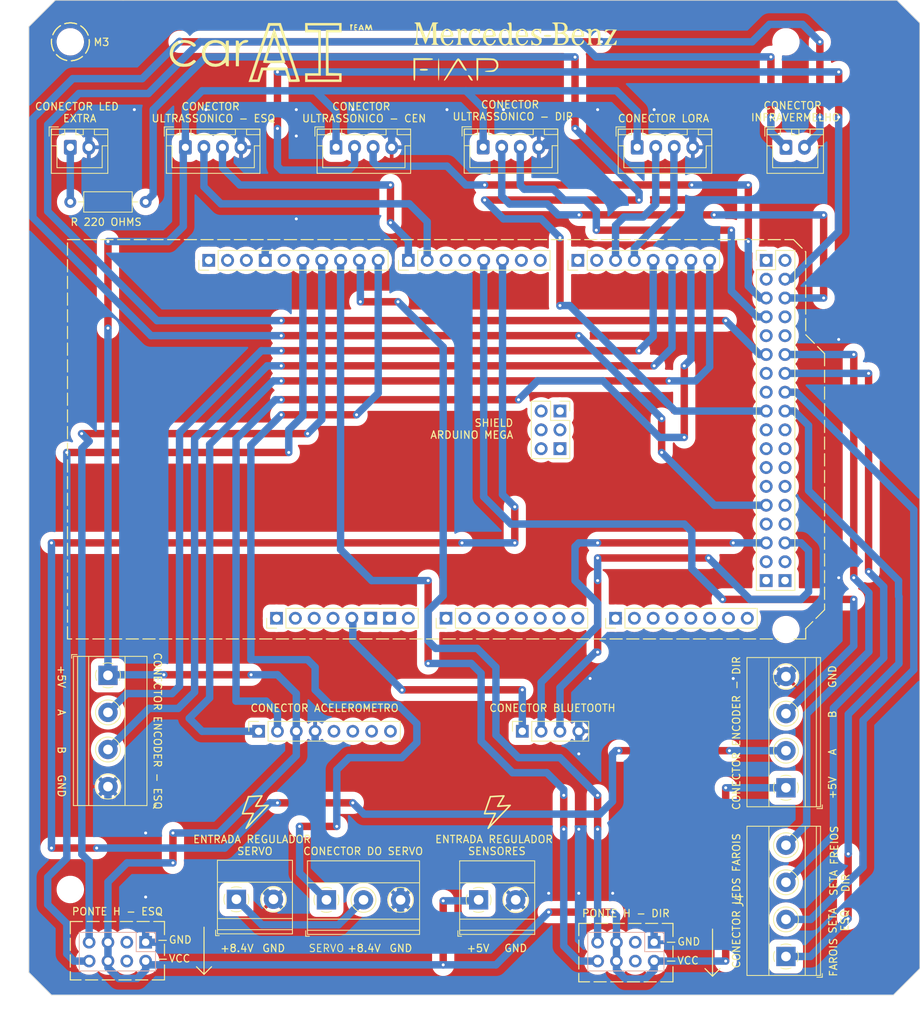
<source format=kicad_pcb>
(kicad_pcb (version 20221018) (generator pcbnew)
  (title_block (title "Shield Arduino Mega") (date "2023-09-07") (rev "2023-09-08"))
  (layers (0 "F.Cu" signal) (31 "B.Cu" signal) (34 "B.Paste" user) (35 "F.Paste" user) (36 "B.SilkS" user "B.Silkscreen") (37 "F.SilkS" user "F.Silkscreen") (38 "B.Mask" user) (39 "F.Mask" user) (44 "Edge.Cuts" user))
  (net 0 "")
  (net 2 "5V_Ard")
  (net 27 "ECHO_1")
  (net 28 "TRIG_1")
  (net 29 "Servo")
  (net 30 "ME2")
  (net 31 "ME1")
  (net 32 "MD2")
  (net 33 "MD1")
  (net 37 "LORA_TX")
  (net 38 "LORA_RX")
  (net 39 "A_SDA")
  (net 40 "A_SCL")
  (net 42 "ECHO_2")
  (net 43 "TRIG_2")
  (net 44 "ECHO_3")
  (net 45 "TRIG_3")
  (net 49 "Net-(J13-Pin_1)")
  (net 63 "Earth")
  (net 78 "5V_Sen")
  (net 83 "HC6_1")
  (net 84 "HC6_2")
  (net 85 "IR1")
  (net 86 "IR2")
  (net 87 "LED_Farois")
  (net 88 "LED_Seta_Esq")
  (net 89 "LED_Seta_Dir")
  (net 90 "LED_Freios")
  (net 91 "LED_Extra")
  (net 92 "ENCODER_Dir_1")
  (net 93 "ENCODER_Dir_2")
  (net 94 "ENCODER_Esq_1")
  (net 95 "ENCODER_Esq_2")
  (net 96 "8.4V_Ser")
  (footprint "TerminalBlock_Phoenix:TerminalBlock_Phoenix_MKDS-1,5-4_1x04_P5.00mm_Horizontal" (layer "F.Cu") (at 185.42 159.907 90)
    (fp_text reference "J4")
    (fp_text value "LEDs")
  )
  (footprint "Connector_PinSocket_2.54mm:PinSocket_1x08_P2.54mm_Vertical" (layer "F.Cu") (at 114.3 129.54 90)
    (fp_text reference "J3" hide)
    (fp_text value "Conector Acelerometro")
  )
  (footprint "Connector_PinHeader_2.54mm:PinHeader_1x08_P2.54mm_Vertical" (layer "F.Cu") (at 134.493 66.04 90)
    (fp_text reference "REF**" hide)
    (fp_text value "PinHeader_1x08_P2.54mm_Vertical")
  )
  (footprint "Connector_PinSocket_2.54mm:PinSocket_2x03_P2.54mm_Vertical" (layer "F.Cu") (at 154.94 86.36)
    (fp_text reference "REF**" hide)
    (fp_text value "PinSocket_2x03_P2.54mm_Vertical")
  )
  (footprint "LOGO" (layer "F.Cu") (at 113.792 140.462)
    (fp_text reference "G***" hide)
    (fp_text value "LOGO" hide)
  )
  (footprint "TerminalBlock_Phoenix:TerminalBlock_Phoenix_MKDS-1,5-2_1x02_P5.00mm_Horizontal" (layer "F.Cu") (at 111.299 152.197)
    (fp_text reference "J6" hide)
    (fp_text value "Conector alimentacao servo")
  )
  (footprint "Connector_PinHeader_2.54mm:PinHeader_1x08_P2.54mm_Vertical" (layer "F.Cu") (at 162.433 114.3 90)
    (fp_text reference "REF**" hide)
    (fp_text value "PinHeader_1x08_P2.54mm_Vertical")
  )
  (footprint "Connector_PinHeader_2.54mm:PinHeader_1x08_P2.54mm_Vertical" (layer "F.Cu") (at 157.353 66.04 90)
    (fp_text reference "REF**" hide)
    (fp_text value "PinHeader_1x08_P2.54mm_Vertical")
  )
  (footprint "TerminalBlock_Phoenix:TerminalBlock_Phoenix_MKDS-1,5-2_1x02_P5.00mm_Horizontal" (layer "F.Cu") (at 143.971 152.273)
    (fp_text reference "J9" hide)
    (fp_text value "Conector alimentacao sensores")
  )
  (footprint "Connector_JST:JST_XH_B2B-XH-A_1x02_P2.50mm_Vertical" (layer "F.Cu") (at 185.42 50.8)
    (fp_text reference "J1" hide)
    (fp_text value "Conector IR")
  )
  (footprint "Connector_JST:JST_XH_B4B-XH-A_1x04_P2.50mm_Vertical" (layer "F.Cu") (at 104.42 50.8)
    (fp_text reference "J10" hide)
    (fp_text value "Conector ultrassonico esquerdo")
  )
  (footprint "LOGO" (layer "F.Cu") (at 142.140932 37.930667)
    (fp_text reference "G***" hide)
    (fp_text value "LOGO" hide)
  )
  (footprint "MountingHole:MountingHole_3.2mm_M3" (layer "F.Cu") (at 88.9 36.576)
    (fp_text reference "REF**" hide)
    (fp_text value "MountingHole_3.2mm_M3")
  )
  (footprint "MountingHole:MountingHole_3.2mm_M3" (layer "F.Cu") (at 88.9 150.876)
    (fp_text reference "REF**" hide)
    (fp_text value "MountingHole_3.2mm_M3")
  )
  (footprint "Connector_PinSocket_2.54mm:PinSocket_1x04_P2.54mm_Vertical" (layer "F.Cu") (at 149.86 129.54 90)
    (fp_text reference "J2" hide)
    (fp_text value "Conector bluetooth")
  )
  (footprint "Connector_PinHeader_2.54mm:PinHeader_1x10_P2.54mm_Vertical" (layer "F.Cu") (at 107.569 66.04 90)
    (fp_text reference "REF**" hide)
    (fp_text value "PinHeader_1x10_P2.54mm_Vertical")
  )
  (footprint "Connector_JST:JST_XH_B4B-XH-A_1x04_P2.50mm_Vertical" (layer "F.Cu") (at 144.586 50.783)
    (fp_text reference "J12" hide)
    (fp_text value "Conector ultrassonico direito")
  )
  (footprint "Connector_PinHeader_2.54mm:PinHeader_2x18_P2.54mm_Vertical" (layer "F.Cu") (at 182.753 66.04)
    (fp_text reference "REF**" hide)
    (fp_text value "PinHeader_2x18_P2.54mm_Vertical")
  )
  (footprint "Connector_JST:JST_XH_B4B-XH-A_1x04_P2.50mm_Vertical" (layer "F.Cu") (at 124.74 50.8)
    (fp_text reference "J11" hide)
    (fp_text value "Conector ultrassonico central")
  )
  (footprint "Connector_PinHeader_2.54mm:PinHeader_1x08_P2.54mm_Vertical" (layer "F.Cu") (at 139.573 114.3 90)
    (fp_text reference "REF**" hide)
    (fp_text value "PinHeader_1x08_P2.54mm_Vertical")
  )
  (footprint "Connector_JST:JST_XH_B2B-XH-A_1x02_P2.50mm_Vertical" (layer "F.Cu") (at 88.9 50.8)
    (fp_text reference "J13" hide)
    (fp_text value "Conector LED Extra")
  )
  (footprint "TerminalBlock_Phoenix:TerminalBlock_Phoenix_MKDS-1,5-3_1x03_P5.00mm_Horizontal" (layer "F.Cu") (at 123.444 152.273)
    (fp_text reference "J5" hide)
    (fp_text value "Conector servo")
  )
  (footprint "MountingHole:MountingHole_3.2mm_M3" (layer "F.Cu") (at 185.42 36.576)
    (fp_text reference "REF**" hide)
    (fp_text value "MountingHole_3.2mm_M3")
  )
  (footprint "LOGO" (layer "F.Cu") (at 146.431 140.462)
    (fp_text reference "G***" hide)
    (fp_text value "LOGO" hide)
  )
  (footprint "MountingHole:MountingHole_3.2mm_M3" (layer "F.Cu") (at 185.42 115.824)
    (fp_text reference "REF**" hide)
    (fp_text value "MountingHole_3.2mm_M3")
  )
  (footprint "PCM_arduino-library:Arduino_Mega2560_R3_Shield_Sem_furo" (layer "F.Cu") (at 88.773 116.84)
    (fp_text reference "XA1" hide)
    (fp_text value "Arduino_Mega2560_Shield_Mod" hide)
  )
  (footprint "Connector_JST:JST_XH_B4B-XH-A_1x04_P2.50mm_Vertical" (layer "F.Cu") (at 165.354 50.8)
    (fp_text reference "J14" hide)
    (fp_text value "Conector LORA")
  )
  (footprint "TerminalBlock_Phoenix:TerminalBlock_Phoenix_MKDS-1,5-4_1x04_P5.00mm_Horizontal" (layer "F.Cu") (at 93.98 122 -90)
    (fp_text reference "J15" hide)
    (fp_text value "ENCO_SW_Esq")
  )
  (footprint "Connector_PinHeader_2.54mm:PinHeader_1x08_P2.54mm_Vertical" (layer "F.Cu") (at 116.713 114.3 90)
    (fp_text reference "REF**" hide)
    (fp_text value "PinHeader_1x08_P2.54mm_Vertical")
  )
  (footprint "Resistor_THT:R_Axial_DIN0207_L6.3mm_D2.5mm_P10.16mm_Horizontal" (layer "F.Cu") (at 88.9 58.166)
    (fp_text reference "R1" hide)
    (fp_text value "R")
  )
  (footprint "TerminalBlock_Phoenix:TerminalBlock_Phoenix_MKDS-1,5-4_1x04_P5.00mm_Horizontal" (layer "F.Cu") (at 185.42 137.16 90)
    (fp_text reference "J16" hide)
    (fp_text value "ENCO_SW_Dir")
  )
  (footprint "Connector_PinSocket_2.54mm:PinSocket_2x04_P2.54mm_Vertical" (layer "B.Cu") (at 99.06 157.988 90)
    (fp_text reference "J7" hide)
    (fp_text value "Conector motor direito")
  )
  (footprint "Connector_PinSocket_2.54mm:PinSocket_2x04_P2.54mm_Vertical" (layer "B.Cu") (at 167.64 157.988 90)
    (fp_text reference "J8" hide)
    (fp_text value "Conector motor esquerdo")
  )
  (gr_circle (center 88.915826 36.576) (end 91.471652 36.576) (stroke (width 0.15) (type dash)) (fill none) (layer "F.SilkS"))
  (gr_line (start 170.18 158.496) (end 170.18 160.02) (stroke (width 0.15)) (layer "F.SilkS"))
  (gr_line (start 170.434 157.988) (end 169.418 157.988) (stroke (width 0.15)) (layer "F.SilkS"))
  (gr_line (start 190.627 113.157) (end 188.087 115.697) (stroke (width 0.15) (type dash)) (layer "F.SilkS"))
  (gr_line (start 88.519 117.094) (end 88.519 63.246) (stroke (width 0.15) (type dash)) (layer "F.SilkS"))
  (gr_line (start 175.514 162.56) (end 174.498 161.544) (stroke (width 0.15)) (layer "F.SilkS"))
  (gr_line (start 101.854 157.734) (end 100.838 157.734) (stroke (width 0.15)) (layer "F.SilkS"))
  (gr_line (start 175.514 162.56) (end 176.53 161.544) (stroke (width 0.15)) (layer "F.SilkS"))
  (gr_line (start 170.18 163.322) (end 170.18 161.29) (stroke (width 0.15)) (layer "F.SilkS"))
  (gr_line (start 88.519 63.246) (end 186.436 63.246) (stroke (width 0.15) (type dash)) (layer "F.SilkS"))
  (gr_line (start 188.087 76.073) (end 190.627 78.613) (stroke (width 0.15) (type dash)) (layer "F.SilkS"))
  (gr_line (start 190.627 78.613) (end 190.627 113.157) (stroke (width 0.15) (type dash)) (layer "F.SilkS"))
  (gr_line (start 188.087 117.094) (end 88.519 117.094) (stroke (width 0.15) (type dash)) (layer "F.SilkS"))
  (gr_line (start 175.514 156.21) (end 175.514 162.56) (stroke (width 0.15)) (layer "F.SilkS"))
  (gr_line (start 170.434 160.528) (end 169.418 160.528) (stroke (width 0.15)) (layer "F.SilkS"))
  (gr_line (start 170.18 163.322) (end 157.48 163.322) (stroke (width 0.15) (type dash)) (layer "F.SilkS"))
  (gr_line (start 186.436 63.246) (end 188.087 64.897) (stroke (width 0.15) (type dash)) (layer "F.SilkS"))
  (gr_line (start 188.087 64.897) (end 188.087 76.073) (stroke (width 0.15) (type dash)) (layer "F.SilkS"))
  (gr_line (start 101.6 163.068) (end 101.6 161.036) (stroke (width 0.15)) (layer "F.SilkS"))
  (gr_line (start 101.6 163.068) (end 88.9 163.068) (stroke (width 0.15) (type dash)) (layer "F.SilkS"))
  (gr_line (start 106.934 162.306) (end 107.95 161.29) (stroke (width 0.15)) (layer "F.SilkS"))
  (gr_line (start 157.48 155.448) (end 170.18 155.448) (stroke (width 0.15) (type dash)) (layer "F.SilkS"))
  (gr_line (start 101.6 158.242) (end 101.6 159.766) (stroke (width 0.15)) (layer "F.SilkS"))
  (gr_line (start 188.087 115.697) (end 188.087 117.094) (stroke (width 0.15) (type dash)) (layer "F.SilkS"))
  (gr_line (start 88.9 155.194) (end 88.9 163.068) (stroke (width 0.15) (type dash)) (layer "F.SilkS"))
  (gr_line (start 157.48 155.448) (end 157.48 163.322) (stroke (width 0.15) (type dash)) (layer "F.SilkS"))
  (gr_line (start 106.934 162.306) (end 105.918 161.29) (stroke (width 0.15)) (layer "F.SilkS"))
  (gr_line (start 106.934 155.956) (end 106.934 162.306) (stroke (width 0.15)) (layer "F.SilkS"))
  (gr_line (start 101.6 155.194) (end 101.6 156.972) (stroke (width 0.15)) (layer "F.SilkS"))
  (gr_line (start 170.18 155.448) (end 170.18 157.226) (stroke (width 0.15)) (layer "F.SilkS"))
  (gr_line (start 88.9 155.194) (end 101.6 155.194) (stroke (width 0.15) (type dash)) (layer "F.SilkS"))
  (gr_line (start 101.854 160.274) (end 100.838 160.274) (stroke (width 0.15)) (layer "F.SilkS"))
  (gr_line (start 203.454 161.544) (end 199.898 165.1) (stroke (width 0.1)) (layer "Edge.Cuts"))
  (gr_line (start 194.056 30.988) (end 96.012 30.988) (stroke (width 0.1)) (layer "Edge.Cuts"))
  (gr_line (start 83.312 157.988) (end 83.312 162.052) (stroke (width 0.1)) (layer "Edge.Cuts"))
  (gr_line (start 83.312 162.052) (end 86.36 165.1) (stroke (width 0.1)) (layer "Edge.Cuts"))
  (gr_line (start 194.056 30.988) (end 200.406 30.988) (stroke (width 0.1)) (layer "Edge.Cuts"))
  (gr_line (start 86.868 30.988) (end 83.312 34.544) (stroke (width 0.1)) (layer "Edge.Cuts"))
  (gr_line (start 119.888 165.1) (end 193.548 165.1) (stroke (width 0.1)) (layer "Edge.Cuts"))
  (gr_line (start 200.406 30.988) (end 203.454 34.036) (stroke (width 0.1)) (layer "Edge.Cuts"))
  (gr_line (start 89.916 165.1) (end 86.36 165.1) (stroke (width 0.1)) (layer "Edge.Cuts"))
  (gr_line (start 119.888 165.1) (end 89.916 165.1) (stroke (width 0.1)) (layer "Edge.Cuts"))
  (gr_line (start 193.548 165.1) (end 199.898 165.1) (stroke (width 0.1)) (layer "Edge.Cuts"))
  (gr_line (start 86.868 30.988) (end 96.012 30.988) (stroke (width 0.1)) (layer "Edge.Cuts"))
  (gr_line (start 203.454 161.544) (end 203.454 34.036) (stroke (width 0.1)) (layer "Edge.Cuts"))
  (gr_line (start 83.312 157.988) (end 83.312 34.544) (stroke (width 0.1)) (layer "Edge.Cuts"))
  (gr_text "FREIOS" (at 192.532 144.907 90) (layer "F.SilkS") (effects (font (size 1 1)) (justify bottom)))
  (gr_text "SETA\nESQ" (at 193.929 155.067 90) (layer "F.SilkS") (effects (font (size 1 1)) (justify bottom)))
  (gr_text "CONECTOR ENCODER - DIR" (at 179.324 129.794 90) (layer "F.SilkS") (effects (font (size 1 1)) (justify bottom)))
  (gr_text "CONECTOR \nULTRASSONICO - DIR" (at 148.59 47.244) (layer "F.SilkS") (effects (font (size 1 1)) (justify bottom)))
  (gr_text "GND" (at 102.108 158.242) (layer "F.SilkS") (effects (font (size 1 1)) (justify left bottom)))
  (gr_text "M3" (at 93.106826 37.211) (layer "F.SilkS") (effects (font (size 1 1)) (justify bottom)))
  (gr_text "GND" (at 170.688 158.496) (layer "F.SilkS") (effects (font (size 1 1)) (justify left bottom)))
  (gr_text "GND" (at 192.278 122.174 90) (layer "F.SilkS") (effects (font (size 1 1)) (justify bottom)))
  (gr_text "GND" (at 87.122 136.906 -90) (layer "F.SilkS") (effects (font (size 1 1)) (justify bottom)))
  (gr_text "SERVO" (at 123.444 159.385) (layer "F.SilkS") (effects (font (size 1 1) (thickness 0.125)) (justify bottom)))
  (gr_text "CONECTOR ENCODER - ESQ" (at 100.076 129.5005 270) (layer "F.SilkS") (effects (font (size 1 1)) (justify bottom)))
  (gr_text "CONECTOR LEDS FAROIS" (at 179.324 152.4 90) (layer "F.SilkS") (effects (font (size 1 1)) (justify bottom)))
  (gr_text "+8.4V" (at 111.379 159.385) (layer "F.SilkS") (effects (font (size 1 1)) (justify bottom)))
  (gr_text "+5V" (at 143.891 159.385) (layer "F.SilkS") (effects (font (size 1 1)) (justify bottom)))
  (gr_text "R 220 OHMS" (at 93.726 61.468) (layer "F.SilkS") (effects (font (size 1 1)) (justify bottom)))
  (gr_text "CONECTOR LED \nEXTRA" (at 90.17 47.498) (layer "F.SilkS") (effects (font (size 1 1)) (justify bottom)))
  (gr_text "CONECTOR \nINFRAVERMELHO" (at 186.69 47.371) (layer "F.SilkS") (effects (font (size 1 1)) (justify bottom)))
  (gr_text "SETA\nDIR" (at 194.056 149.987 90) (layer "F.SilkS") (effects (font (size 1 1)) (justify bottom)))
  (gr_text "CONECTOR \nULTRASSONICO - CEN" (at 128.524 47.498) (layer "F.SilkS") (effects (font (size 1 1)) (justify bottom)))
  (gr_text "SHIELD\nARDUINO MEGA" (at 148.717 90.17) (layer "F.SilkS") (effects (font (size 1 1)) (justify right bottom)))
  (gr_text "CONECTOR DO SERVO" (at 128.397 146.304) (layer "F.SilkS") (effects (font (size 1 1)) (justify bottom)))
  (gr_text "PONTE H - DIR" (at 163.83 154.686) (layer "F.SilkS") (effects (font (size 1 1)) (justify bottom)))
  (gr_text "CONECTOR \nULTRASSONICO - ESQ" (at 108.204 47.498) (layer "F.SilkS") (effects (font (size 1 1)) (justify bottom)))
  (gr_text "VCC" (at 102.108 160.782) (layer "F.SilkS") (effects (font (size 1 1)) (justify left bottom)))
  (gr_text "CONECTOR ACELEROMETRO" (at 123.19 127) (layer "F.SilkS") (effects (font (size 1 1)) (justify bottom)))
  (gr_text "FAROIS" (at 192.405 160.02 90) (layer "F.SilkS") (effects (font (size 1 1)) (justify bottom)))
  (gr_text "ENTRADA REGULADOR \nSERVO" (at 113.792 146.304) (layer "F.SilkS") (effects (font (size 1 1)) (justify bottom)))
  (gr_text "PONTE H - ESQ" (at 95.25 154.432) (layer "F.SilkS") (effects (font (size 1 1)) (justify bottom)))
  (gr_text "CONECTOR LORA" (at 168.91 47.498) (layer "F.SilkS") (effects (font (size 1 1)) (justify bottom)))
  (gr_text "B" (at 87.122 132.08 270) (layer "F.SilkS") (effects (font (size 1 1)) (justify bottom)))
  (gr_text "+5V" (at 192.278 137.16 90) (layer "F.SilkS") (effects (font (size 1 1)) (justify bottom)))
  (gr_text "CONECTOR BLUETOOTH" (at 153.924 127) (layer "F.SilkS") (effects (font (size 1 1)) (justify bottom)))
  (gr_text "GND" (at 148.971 159.385) (layer "F.SilkS") (effects (font (size 1 1)) (justify bottom)))
  (gr_text "+8.4V" (at 128.524 159.385) (layer "F.SilkS") (effects (font (size 1 1)) (justify bottom)))
  (gr_text "A" (at 192.278 132.334 90) (layer "F.SilkS") (effects (font (size 1 1)) (justify bottom)))
  (gr_text "A" (at 87.122 127 270) (layer "F.SilkS") (effects (font (size 1 1)) (justify bottom)))
  (gr_text "ENTRADA REGULADOR \nSENSORES" (at 146.431 146.304) (layer "F.SilkS") (effects (font (size 1 1)) (justify bottom)))
  (gr_text "GND" (at 116.332 159.385) (layer "F.SilkS") (effects (font (size 1 1)) (justify bottom)))
  (gr_text "B" (at 192.278 127.254 90) (layer "F.SilkS") (effects (font (size 1 1)) (justify bottom)))
  (gr_text "+5V" (at 87.122 122.174 -90) (layer "F.SilkS") (effects (font (size 1 1)) (justify bottom)))
  (gr_text "VCC" (at 170.688 161.036) (layer "F.SilkS") (effects (font (size 1 1)) (justify left bottom)))
  (gr_text "GND" (at 133.477 159.385) (layer "F.SilkS") (effects (font (size 1 1)) (justify bottom)))
  (segment (start 133.668 123.952) (end 133.636 123.984) (width 1) (layer "F.Cu") (net 2))
  (segment (start 149.86 123.952) (end 133.668 123.952) (width 1) (layer "F.Cu") (net 2))
  (via (at 149.86 123.952) (size 0.8) (drill 0.4) (layers "F.Cu" "B.Cu") (net 2))
  (via (at 133.636 123.984) (size 0.8) (drill 0.4) (layers "F.Cu" "B.Cu") (net 2))
  (segment (start 127 114.427) (end 126.873 114.3) (width 1) (layer "B.Cu") (net 2))
  (segment (start 149.86 129.54) (end 149.86 123.952) (width 1) (layer "B.Cu") (net 2))
  (segment (start 133.636 123.984) (end 127 117.348) (width 1) (layer "B.Cu") (net 2))
  (segment (start 127 117.348) (end 127 114.427) (width 1) (layer "B.Cu") (net 2))
  (segment (start 109.22 58.42) (end 134.62 58.42) (width 1) (layer "B.Cu") (net 27))
  (segment (start 134.62 58.42) (end 137.033 60.833) (width 1) (layer "B.Cu") (net 27))
  (segment (start 106.92 50.8) (end 106.92 56.12) (width 1) (layer "B.Cu") (net 27))
  (segment (start 106.92 56.12) (end 109.22 58.42) (width 1) (layer "B.Cu") (net 27))
  (segment (start 137.033 60.833) (end 137.033 66.04) (width 1) (layer "B.Cu") (net 27))
  (segment (start 132.08 55.88) (end 132.08 60.96) (width 1) (layer "F.Cu") (net 28))
  (via (at 132.08 55.88) (size 0.8) (drill 0.4) (layers "F.Cu" "B.Cu") (net 28))
  (via (at 132.08 60.96) (size 0.8) (drill 0.4) (layers "F.Cu" "B.Cu") (net 28))
  (segment (start 134.493 63.373) (end 134.493 66.04) (width 1) (layer "B.Cu") (net 28))
  (segment (start 109.42 50.8) (end 109.42 53.54) (width 1) (layer "B.Cu") (net 28))
  (segment (start 111.76 55.88) (end 132.08 55.88) (width 1) (layer "B.Cu") (net 28))
  (segment (start 132.08 60.96) (end 134.493 63.373) (width 1) (layer "B.Cu") (net 28))
  (segment (start 109.42 53.54) (end 111.76 55.88) (width 1) (layer "B.Cu") (net 28))
  (segment (start 119.827 142.367) (end 124.841 142.367) (width 1) (layer "F.Cu") (net 29))
  (segment (start 127.508 86.868) (end 117.348 86.868) (width 1) (layer "F.Cu") (net 29))
  (via (at 119.827 142.367) (size 0.8) (drill 0.4) (layers "F.Cu" "B.Cu") (net 29))
  (via (at 117.348 86.868) (size 0.8) (drill 0.4) (layers "F.Cu" "B.Cu") (net 29))
  (via (at 127.508 86.868) (size 0.8) (drill 0.4) (layers "F.Cu" "B.Cu") (net 29))
  (via (at 124.841 142.367) (size 0.8) (drill 0.4) (layers "F.Cu" "B.Cu") (net 29))
  (segment (start 113.252 90.964) (end 117.348 86.868) (width 1) (layer "B.Cu") (net 29))
  (segment (start 127.508 86.868) (end 130.429 83.947) (width 1) (layer "B.Cu") (net 29))
  (segment (start 121.92 120.904) (end 120.904 119.888) (width 1) (layer "B.Cu") (net 29))
  (segment (start 130.429 83.947) (end 130.429 66.04) (width 1) (layer "B.Cu") (net 29))
  (segment (start 124.841 142.367) (end 124.841 134.747) (width 1) (layer "B.Cu") (net 29))
  (segment (start 123.444 152.273) (end 119.827 148.656) (width 1) (layer "B.Cu") (net 29))
  (segment (start 133.096 125.984) (end 123.952 125.984) (width 1) (layer "B.Cu") (net 29))
  (segment (start 124.841 134.747) (end 126.492 133.096) (width 1) (layer "B.Cu") (net 29))
  (segment (start 119.827 142.367) (end 119.794 142.4) (width 1) (layer "B.Cu") (net 29))
  (segment (start 123.952 125.984) (end 121.92 123.952) (width 1) (layer "B.Cu") (net 29))
  (segment (start 119.827 148.656) (end 119.827 142.367) (width 1) (layer "B.Cu") (net 29))
  (segment (start 133.604 133.096) (end 135.636 131.064) (width 1) (layer "B.Cu") (net 29))
  (segment (start 113.252 119.888) (end 113.252 90.964) (width 1) (layer "B.Cu") (net 29))
  (segment (start 135.636 131.064) (end 135.636 128.524) (width 1) (layer "B.Cu") (net 29))
  (segment (start 135.636 128.524) (end 133.096 125.984) (width 1) (layer "B.Cu") (net 29))
  (segment (start 121.92 123.952) (end 121.92 120.904) (width 1) (layer "B.Cu") (net 29))
  (segment (start 120.904 119.888) (end 113.252 119.888) (width 1) (layer "B.Cu") (net 29))
  (segment (start 126.492 133.096) (end 133.604 133.096) (width 1) (layer "B.Cu") (net 29))
  (segment (start 160.02 142.748) (end 160.02 138.176) (width 1) (layer "F.Cu") (net 30))
  (segment (start 133.096 71.628) (end 128.016 71.628) (width 1) (layer "F.Cu") (net 30))
  (via (at 133.096 71.628) (size 0.8) (drill 0.4) (layers "F.Cu" "B.Cu") (net 30))
  (via (at 160.02 142.748) (size 0.8) (drill 0.4) (layers "F.Cu" "B.Cu") (net 30))
  (via (at 160.02 138.176) (size 0.8) (drill 0.4) (layers "F.Cu" "B.Cu") (net 30))
  (via (at 128.016 71.628) (size 0.8) (drill 0.4) (layers "F.Cu" "B.Cu") (net 30))
  (segment (start 127.889 66.04) (end 128.016 66.167) (width 1) (layer "B.Cu") (net 30))
  (segment (start 139.192 77.724) (end 133.096 71.628) (width 1) (layer "B.Cu") (net 30))
  (segment (start 128.016 66.167) (end 128.016 71.628) (width 1) (layer "B.Cu") (net 30))
  (segment (start 160.02 157.988) (end 160.02 142.748) (width 1) (layer "B.Cu") (net 30))
  (segment (start 160.02 138.176) (end 154.94 133.096) (width 1) (layer "B.Cu") (net 30))
  (segment (start 146.304 130.048) (end 146.304 120.904) (width 1) (layer "B.Cu") (net 30))
  (segment (start 149.352 133.096) (end 146.304 130.048) (width 1) (layer "B.Cu") (net 30))
  (segment (start 146.304 120.904) (end 143.764 118.364) (width 1) (layer "B.Cu") (net 30))
  (segment (start 138.176 118.364) (end 137.16 117.348) (width 1) (layer "B.Cu") (net 30))
  (segment (start 154.94 133.096) (end 149.352 133.096) (width 1) (layer "B.Cu") (net 30))
  (segment (start 137.16 113.284) (end 139.192 111.252) (width 1) (layer "B.Cu") (net 30))
  (segment (start 137.16 117.348) (end 137.16 113.284) (width 1) (layer "B.Cu") (net 30))
  (segment (start 139.192 111.252) (end 139.192 77.724) (width 1) (layer "B.Cu") (net 30))
  (segment (start 143.764 118.364) (end 138.176 118.364) (width 1) (layer "B.Cu") (net 30))
  (segment (start 155.448 142.748) (end 155.448 138.176) (width 1) (layer "F.Cu") (net 31))
  (segment (start 137.16 109.22) (end 137.16 120.396) (width 1) (layer "F.Cu") (net 31))
  (via (at 137.16 109.22) (size 0.8) (drill 0.4) (layers "F.Cu" "B.Cu") (net 31))
  (via (at 155.448 142.748) (size 0.8) (drill 0.4) (layers "F.Cu" "B.Cu") (net 31))
  (via (at 137.16 120.396) (size 0.8) (drill 0.4) (layers "F.Cu" "B.Cu") (net 31))
  (via (at 155.448 138.176) (size 0.8) (drill 0.4) (layers "F.Cu" "B.Cu") (net 31))
  (segment (start 144.304 121.732428) (end 142.967572 120.396) (width 1) (layer "B.Cu") (net 31))
  (segment (start 155.448 137.414) (end 153.162 135.128) (width 1) (layer "B.Cu") (net 31))
  (segment (start 148.555572 135.128) (end 144.304 130.876428) (width 1) (layer "B.Cu") (net 31))
  (segment (start 125.349 105.029) (end 125.349 66.04) (width 1) (layer "B.Cu") (net 31))
  (segment (start 155.448 138.176) (end 155.448 137.414) (width 1) (layer "B.Cu") (net 31))
  (segment (start 144.304 130.876428) (end 144.304 121.732428) (width 1) (layer "B.Cu") (net 31))
  (segment (start 157.48 160.528) (end 160.02 160.528) (width 1) (layer "B.Cu") (net 31))
  (segment (start 153.162 135.128) (end 148.555572 135.128) (width 1) (layer "B.Cu") (net 31))
  (segment (start 155.448 158.496) (end 157.48 160.528) (width 1) (layer "B.Cu") (net 31))
  (segment (start 129.54 109.22) (end 125.349 105.029) (width 1) (layer "B.Cu") (net 31))
  (segment (start 155.448 142.748) (end 155.448 158.496) (width 1) (layer "B.Cu") (net 31))
  (segment (start 142.967572 120.396) (end 137.16 120.396) (width 1) (layer "B.Cu") (net 31))
  (segment (start 137.16 109.22) (end 129.54 109.22) (width 1) (layer "B.Cu") (net 31))
  (segment (start 90.424 89.408) (end 120.904 89.408) (width 1) (layer "F.Cu") (net 32))
  (via (at 120.904 89.408) (size 0.8) (drill 0.4) (layers "F.Cu" "B.Cu") (net 32))
  (via (at 90.424 89.408) (size 0.8) (drill 0.4) (layers "F.Cu" "B.Cu") (net 32))
  (segment (start 91.44 147.100427) (end 91.44 157.988) (width 1) (layer "B.Cu") (net 32))
  (segment (start 122.809 87.503) (end 122.809 66.04) (width 1) (layer "B.Cu") (net 32))
  (segment (start 120.904 89.408) (end 122.809 87.503) (width 1) (layer "B.Cu") (net 32))
  (segment (start 91.44 90.424) (end 90.456 91.408) (width 1) (layer "B.Cu") (net 32))
  (segment (start 90.456 146.116427) (end 91.44 147.100427) (width 1) (layer "B.Cu") (net 32))
  (segment (start 90.424 89.408) (end 91.44 90.424) (width 1) (layer "B.Cu") (net 32))
  (segment (start 90.456 91.408) (end 90.456 146.116427) (width 1) (layer "B.Cu") (net 32))
  (segment (start 88.424 91.948) (end 118.364 91.948) (width 1) (layer "F.Cu") (net 33))
  (via (at 88.424 91.948) (size 0.8) (drill 0.4) (layers "F.Cu" "B.Cu") (net 33))
  (via (at 118.364 91.948) (size 0.8) (drill 0.4) (layers "F.Cu" "B.Cu") (net 33))
  (segment (start 88.424 159.544) (end 88.424 155.48) (width 1) (layer "B.Cu") (net 33))
  (segment (start 85.852 149.214299) (end 88.424 146.642299) (width 1) (layer "B.Cu") (net 33))
  (segment (start 118.364 88.9) (end 120.269 86.995) (width 1) (layer "B.Cu") (net 33))
  (segment (start 118.364 91.948) (end 118.364 88.9) (width 1) (layer "B.Cu") (net 33))
  (segment (start 88.424 155.48) (end 85.852 152.908) (width 1) (layer "B.Cu") (net 33))
  (segment (start 89.408 160.528) (end 88.424 159.544) (width 1) (layer "B.Cu") (net 33))
  (segment (start 120.269 86.995) (end 120.269 66.04) (width 1) (layer "B.Cu") (net 33))
  (segment (start 88.424 146.642299) (end 88.424 91.948) (width 1) (layer "B.Cu") (net 33))
  (segment (start 85.852 152.908) (end 85.852 149.214299) (width 1) (layer "B.Cu") (net 33))
  (segment (start 91.44 160.528) (end 89.408 160.528) (width 1) (layer "B.Cu") (net 33))
  (segment (start 166.150427 60.198) (end 163.576 60.198) (width 1) (layer "B.Cu") (net 37))
  (segment (start 162.6094 66.04) (end 162.433 66.04) (width 1) (layer "B.Cu") (net 37))
  (segment (start 167.854 50.8) (end 167.854 58.494427) (width 1) (layer "B.Cu") (net 37))
  (segment (start 162.433 61.341) (end 162.433 66.04) (width 1) (layer "B.Cu") (net 37))
  (segment (start 167.854 58.494427) (end 166.150427 60.198) (width 1) (layer "B.Cu") (net 37))
  (segment (start 163.576 60.198) (end 162.433 61.341) (width 1) (layer "B.Cu") (net 37))
  (segment (start 164.973 64.389) (end 164.973 66.04) (width 1) (layer "B.Cu") (net 38))
  (segment (start 170.307 50.847) (end 170.307 59.055) (width 1) (layer "B.Cu") (net 38))
  (segment (start 170.307 59.055) (end 164.973 64.389) (width 1) (layer "B.Cu") (net 38))
  (segment (start 170.354 50.8) (end 170.307 50.847) (width 1) (layer "B.Cu") (net 38))
  (segment (start 171.704 80.264) (end 171.704 89.916) (width 1) (layer "F.Cu") (net 39))
  (segment (start 117.348 84.836) (end 149.352 84.836) (width 1) (layer "F.Cu") (net 39))
  (via (at 171.704 89.916) (size 0.8) (drill 0.4) (layers "F.Cu" "B.Cu") (net 39))
  (via (at 117.348 84.836) (size 0.8) (drill 0.4) (layers "F.Cu" "B.Cu") (net 39))
  (via (at 171.704 80.264) (size 0.8) (drill 0.4) (layers "F.Cu" "B.Cu") (net 39))
  (via (at 149.352 84.836) (size 0.8) (drill 0.4) (layers "F.Cu" "B.Cu") (net 39))
  (segment (start 116.84 127) (end 116.84 129.54) (width 1) (layer "B.Cu") (net 39))
  (segment (start 117.348 84.836) (end 116.551572 84.836) (width 1) (layer "B.Cu") (net 39))
  (segment (start 151.892 82.296) (end 160.747572 82.296) (width 1) (layer "B.Cu") (net 39))
  (segment (start 149.352 84.836) (end 151.892 82.296) (width 1) (layer "B.Cu") (net 39))
  (segment (start 172.593 79.375) (end 172.593 66.04) (width 1) (layer "B.Cu") (net 39))
  (segment (start 111.252 90.135572) (end 111.252 125.476) (width 1) (layer "B.Cu") (net 39))
  (segment (start 171.704 80.264) (end 172.593 79.375) (width 1) (layer "B.Cu") (net 39))
  (segment (start 160.747572 82.296) (end 168.367572 89.916) (width 1) (layer "B.Cu") (net 39))
  (segment (start 115.316 125.476) (end 116.84 127) (width 1) (layer "B.Cu") (net 39))
  (segment (start 111.252 125.476) (end 115.316 125.476) (width 1) (layer "B.Cu") (net 39))
  (segment (start 168.367572 89.916) (end 171.704 89.916) (width 1) (layer "B.Cu") (net 39))
  (segment (start 116.551572 84.836) (end 111.252 90.135572) (width 1) (layer "B.Cu") (net 39))
  (segment (start 117.348 82.296) (end 169.672 82.296) (width 1) (layer "F.Cu") (net 40))
  (via (at 169.672 82.296) (size 0.8) (drill 0.4) (layers "F.Cu" "B.Cu") (net 40))
  (via (at 117.348 82.296) (size 0.8) (drill 0.4) (layers "F.Cu" "B.Cu") (net 40))
  (segment (start 117.348 82.296) (end 116.263144 82.296) (width 1) (layer "B.Cu") (net 40))
  (segment (start 169.672 82.296) (end 173.228 82.296) (width 1) (layer "B.Cu") (net 40))
  (segment (start 107.696 125.036854) (end 104.936427 127.796427) (width 1) (layer "B.Cu") (net 40))
  (segment (start 107.696 90.863144) (end 107.696 125.036854) (width 1) (layer "B.Cu") (net 40))
  (segment (start 116.263144 82.296) (end 107.696 90.863144) (width 1) (layer "B.Cu") (net 40))
  (segment (start 104.936427 127.796427) (end 106.68 129.54) (width 1) (layer "B.Cu") (net 40))
  (segment (start 173.228 82.296) (end 175.133 80.391) (width 1) (layer "B.Cu") (net 40))
  (segment (start 175.133 80.391) (end 175.133 66.04) (width 1) (layer "B.Cu") (net 40))
  (segment (start 106.68 129.54) (end 114.3 129.54) (width 1) (layer "B.Cu") (net 40))
  (segment (start 192.532 40.64) (end 192.532 46.736) (width 1) (layer "F.Cu") (net 42))
  (segment (start 116.84 48.26) (end 116.84 40.64) (width 1) (layer "F.Cu") (net 42))
  (via (at 192.532 46.736) (size 0.8) (drill 0.4) (layers "F.Cu" "B.Cu") (net 42))
  (via (at 116.84 48.26) (size 0.8) (drill 0.4) (layers "F.Cu" "B.Cu") (net 42))
  (via (at 192.532 40.64) (size 0.8) (drill 0.4) (layers "F.Cu" "B.Cu") (net 42))
  (via (at 116.84 40.64) (size 0.8) (drill 0.4) (layers "F.Cu" "B.Cu") (net 42))
  (segment (start 126.46 53.88) (end 121.92 53.88) (width 1) (layer "B.Cu") (net 42))
  (segment (start 192.5 62.175636) (end 186.095636 68.58) (width 1) (layer "B.Cu") (net 42))
  (segment (start 192.532 46.736) (end 192.5 62.175636) (width 1) (layer "B.Cu") (net 42))
  (segment (start 186.095636 68.58) (end 185.293 68.58) (width 1) (layer "B.Cu") (net 42))
  (segment (start 117.38 53.88) (end 116.84 53.34) (width 1) (layer "B.Cu") (net 42))
  (segment (start 121.92 53.88) (end 117.38 53.88) (width 1) (layer "B.Cu") (net 42))
  (segment (start 127.24 53.1) (end 126.46 53.88) (width 1) (layer "B.Cu") (net 42))
  (segment (start 127.24 50.8) (end 127.24 53.1) (width 1) (layer "B.Cu") (net 42))
  (segment (start 116.84 53.34) (end 116.84 48.26) (width 1) (layer "B.Cu") (net 42))
  (segment (start 192.532 40.64) (end 116.84 40.64) (width 1) (layer "B.Cu") (net 42))
  (segment (start 172.72 55.88) (end 144.78 55.88) (width 1) (layer "F.Cu") (net 43))
  (segment (start 180.34 63.5) (end 180.34 55.88) (width 1) (layer "F.Cu") (net 43))
  (via (at 180.34 63.5) (size 0.8) (drill 0.4) (layers "F.Cu" "B.Cu") (net 43))
  (via (at 144.78 55.88) (size 0.8) (drill 0.4) (layers "F.Cu" "B.Cu") (net 43))
  (via (at 172.72 55.88) (size 0.8) (drill 0.4) (layers "F.Cu" "B.Cu") (net 43))
  (via (at 180.34 55.88) (size 0.8) (drill 0.4) (layers "F.Cu" "B.Cu") (net 43))
  (segment (start 139.7 53.34) (end 130.305 53.34) (width 1) (layer "B.Cu") (net 43))
  (segment (start 182.753 71.12) (end 181.950364 71.12) (width 1) (layer "B.Cu") (net 43))
  (segment (start 180.34 55.88) (end 172.72 55.88) (width 1) (layer "B.Cu") (net 43))
  (segment (start 129.74 52.775) (end 129.74 50.8) (width 1) (layer "B.Cu") (net 43))
  (segment (start 130.305 53.34) (end 129.74 52.775) (width 1) (layer "B.Cu") (net 43))
  (segment (start 144.78 55.88) (end 142.24 55.88) (width 1) (layer "B.Cu") (net 43))
  (segment (start 181.950364 71.12) (end 180.34 69.509636) (width 1) (layer "B.Cu") (net 43))
  (segment (start 180.34 69.509636) (end 180.34 63.5) (width 1) (layer "B.Cu") (net 43))
  (segment (start 142.24 55.88) (end 139.7 53.34) (width 1) (layer "B.Cu") (net 43))
  (segment (start 190.5 71.12) (end 190.5 59.944) (width 1) (layer "F.Cu") (net 44))
  (segment (start 157.512 59.912) (end 175.736 59.912) (width 1) (layer "F.Cu") (net 44))
  (via (at 190.5 71.12) (size 0.8) (drill 0.4) (layers "F.Cu" "B.Cu") (net 44))
  (via (at 190.5 59.944) (size 0.8) (drill 0.4) (layers "F.Cu" "B.Cu") (net 44))
  (via (at 175.736 59.912) (size 0.8) (drill 0.4) (layers "F.Cu" "B.Cu") (net 44))
  (via (at 157.512 59.912) (size 0.8) (drill 0.4) (layers "F.Cu" "B.Cu") (net 44))
  (segment (start 157.512 59.912) (end 154.688428 59.912) (width 1) (layer "B.Cu") (net 44))
  (segment (start 148.148428 58.452) (end 147.086 57.389572) (width 1) (layer "B.Cu") (net 44))
  (segment (start 190.5 59.944) (end 190.4746 59.9186) (width 1) (layer "B.Cu") (net 44))
  (segment (start 187.96 71.12) (end 185.293 71.12) (width 1) (layer "B.Cu") (net 44))
  (segment (start 187.96 71.12) (end 190.5 71.12) (width 1) (layer "B.Cu") (net 44))
  (segment (start 147.086 57.389572) (end 147.086 50.783) (width 1) (layer "B.Cu") (net 44))
  (segment (start 153.228428 58.452) (end 148.148428 58.452) (width 1) (layer "B.Cu") (net 44))
  (segment (start 175.7426 59.9186) (end 175.736 59.912) (width 1) (layer "B.Cu") (net 44))
  (segment (start 190.4746 59.9186) (end 175.7426 59.9186) (width 1) (layer "B.Cu") (net 44))
  (segment (start 154.688428 59.912) (end 153.228428 58.452) (width 1) (layer "B.Cu") (net 44))
  (segment (start 178.054 61.976) (end 159.8422 61.976) (width 1) (layer "F.Cu") (net 45))
  (via (at 159.8422 61.976) (size 0.8) (drill 0.4) (layers "F.Cu" "B.Cu") (net 45))
  (via (at 178.054 61.976) (size 0.8) (drill 0.4) (layers "F.Cu" "B.Cu") (net 45))
  (segment (start 150.114 56.452) (end 149.586 55.924) (width 1) (layer "B.Cu") (net 45))
  (segment (start 159.8422 61.976) (end 159.8422 59.413773) (width 1) (layer "B.Cu") (net 45))
  (segment (start 181.531686 73.66) (end 182.753 73.66) (width 1) (layer "B.Cu") (net 45))
  (segment (start 158.340427 57.912) (end 155.516855 57.912) (width 1) (layer "B.Cu") (net 45))
  (segment (start 149.586 55.924) (end 149.586 50.783) (width 1) (layer "B.Cu") (net 45))
  (segment (start 178.054 70.182314) (end 181.531686 73.66) (width 1) (layer "B.Cu") (net 45))
  (segment (start 178.054 61.976) (end 178.054 70.182314) (width 1) (layer "B.Cu") (net 45))
  (segment (start 154.056856 56.452) (end 150.114 56.452) (width 1) (layer "B.Cu") (net 45))
  (segment (start 155.516855 57.912) (end 154.056856 56.452) (width 1) (layer "B.Cu") (net 45))
  (segment (start 159.8422 59.413773) (end 158.340427 57.912) (width 1) (layer "B.Cu") (net 45))
  (segment (start 88.9 50.8) (end 88.9 58.166) (width 1) (layer "B.Cu") (net 49))
  (segment (start 160.02 45.72) (end 167.64 45.72) (width 1) (layer "F.Cu") (net 63))
  (segment (start 119.38 60.452) (end 119.38 49.276) (width 1) (layer "F.Cu") (net 63))
  (segment (start 192.532 108.839) (end 192.532 76.708) (width 1) (layer "F.Cu") (net 63))
  (segment (start 157.48 151.384) (end 153.416 151.384) (width 1) (layer "F.Cu") (net 63))
  (segment (start 97.536 45.72) (end 107.188 45.72) (width 1) (layer "F.Cu") (net 63))
  (segment (start 139.7 45.72) (end 147.32 45.72) (width 1) (layer "F.Cu") (net 63))
  (segment (start 159.004 122.428) (end 178.308 122.428) (width 1) (layer "F.Cu") (net 63))
  (segment (start 162.052 151.384) (end 157.48 151.384) (width 1) (layer "F.Cu") (net 63))
  (segment (start 99.06 151.892) (end 99.06 143.256) (width 1) (layer "F.Cu") (net 63))
  (segment (start 119.38 45.72) (end 127 45.72) (width 1) (layer "F.Cu") (net 63))
  (segment (start 157.48 132.588) (end 157.48 142.748) (width 1) (layer "F.Cu") (net 63))
  (via (at 153.416 151.384) (size 0.8) (drill 0.4) (layers "F.Cu" "B.Cu") (net 63))
  (via (at 192.532 108.839) (size 0.8) (drill 0.4) (layers "F.Cu" "B.Cu") (net 63))
  (via (at 157.48 142.748) (size 0.8) (drill 0.4) (layers "F.Cu" "B.Cu") (net 63))
  (via (at 97.536 45.72) (size 0.8) (drill 0.4) (layers "F.Cu" "B.Cu") (net 63))
  (via (at 157.48 151.384) (size 0.8) (drill 0.4) (layers "F.Cu" "B.Cu") (net 63))
  (via (at 159.004 122.428) (size 0.8) (drill 0.4) (layers "F.Cu" "B.Cu") (net 63))
  (via (at 157.48 132.588) (size 0.8) (drill 0.4) (layers "F.Cu" "B.Cu") (net 63))
  (via (at 162.052 151.384) (size 0.8) (drill 0.4) (layers "F.Cu" "B.Cu") (net 63))
  (via (at 167.64 45.72) (size 0.8) (drill 0.4) (layers "F.Cu" "B.Cu") (net 63))
  (via (at 139.7 45.72) (size 0.8) (drill 0.4) (layers "F.Cu" "B.Cu") (net 63))
  (via (at 119.38 49.276) (size 0.8) (drill 0.4) (layers "F.Cu" "B.Cu") (net 63))
  (via (at 127 45.72) (size 0.8) (drill 0.4) (layers "F.Cu" "B.Cu") (net 63))
  (via (at 107.188 45.72) (size 0.8) (drill 0.4) (layers "F.Cu" "B.Cu") (net 63))
  (via (at 192.532 76.708) (size 0.8) (drill 0.4) (layers "F.Cu" "B.Cu") (net 63))
  (via (at 147.32 45.72) (size 0.8) (drill 0.4) (layers "F.Cu" "B.Cu") (net 63))
  (via (at 160.02 45.72) (size 0.8) (drill 0.4) (layers "F.Cu" "B.Cu") (net 63))
  (via (at 119.38 60.452) (size 0.8) (drill 0.4) (layers "F.Cu" "B.Cu") (net 63))
  (via (at 119.38 45.72) (size 0.8) (drill 0.4) (layers "F.Cu" "B.Cu") (net 63))
  (via (at 99.06 143.256) (size 0.8) (drill 0.4) (layers "F.Cu" "B.Cu") (net 63))
  (via (at 99.06 151.892) (size 0.8) (drill 0.4) (layers "F.Cu" "B.Cu") (net 63))
  (via (at 178.308 122.428) (size 0.8) (drill 0.4) (layers "F.Cu" "B.Cu") (net 63))
  (segment (start 93.98 45.72) (end 91.4 48.3) (width 1) (layer "B.Cu") (net 63))
  (segment (start 172.854 50.8) (end 172.854 48.394) (width 1) (layer "B.Cu") (net 63))
  (segment (start 111.92 50.8) (end 111.92 48.1) (width 1) (layer "B.Cu") (net 63))
  (segment (start 93.98 139.7) (end 93.98 137) (width 1) (layer "B.Cu") (net 63))
  (segment (start 133.444 157.955) (end 133.477 157.988) (width 1) (layer "B.Cu") (net 63))
  (segment (start 99.06 157.988) (end 129.794 157.988) (width 1) (layer "B.Cu") (net 63))
  (segment (start 157.48 129.54) (end 157.48 132.588) (width 1) (layer "B.Cu") (net 63))
  (segment (start 114.3 45.72) (end 119.38 45.72) (width 1) (layer "B.Cu") (net 63))
  (segment (start 133.477 157.988) (end 143.256 157.988) (width 1) (layer "B.Cu") (net 63))
  (segment (start 97.028 141.224) (end 95.504 141.224) (width 1) (layer "B.Cu") (net 63))
  (segment (start 192.532 64.972064) (end 192.532 76.708) (width 1) (layer "B.Cu") (net 63))
  (segment (start 152.417 50.783) (end 154.432 48.768) (width 1) (layer "B.Cu") (net 63))
  (segment (start 154.432 45.72) (end 160.02 45.72) (width 1) (layer "B.Cu") (net 63))
  (segment (start 133.444 152.273) (end 133.444 157.955) (width 1) (layer "B.Cu") (net 63))
  (segment (start 115.189 64.643) (end 119.38 60.452) (width 1) (layer "B.Cu") (net 63))
  (segment (start 192.532 43.688) (end 194.533713 45.689713) (width 1) (layer "B.Cu") (net 63))
  (segment (start 170.18 45.72) (end 172.212 43.688) (width 1) (layer "B.Cu") (net 63))
  (segment (start 153.416 151.384) (end 149.86 151.384) (width 1) (layer "B.Cu") (net 63))
  (segment (start 143.256 157.988) (end 148.971 152.273) (width 1) (layer "B.Cu") (net 63))
  (segment (start 101.555 149.397) (end 113.499 149.397) (width 1) (layer "B.Cu") (net 63))
  (segment (start 127 45.72) (end 129.54 45.72) (width 1) (layer "B.Cu") (net 63))
  (segment (start 129.54 45.72) (end 132.24 48.42) (width 1) (layer "B.Cu") (net 63))
  (segment (start 192.532 115.048) (end 185.42 122.16) (width 1) (layer "B.Cu") (net 63))
  (segment (start 167.64 45.72) (end 170.18 45.72) (width 1) (layer "B.Cu") (net 63))
  (segment (start 147.32 45.72) (end 149.86 45.72) (width 1) (layer "B.Cu") (net 63))
  (segment (start 129.794 157.988) (end 133.477 157.988) (width 1) (layer "B.Cu") (net 63))
  (segment (start 157.48 129.54) (end 157.48 123.952) (width 1) (layer "B.Cu") (net 63))
  (segment (start 132.24 48.42) (end 132.24 50.8) (width 1) (layer "B.Cu") (net 63))
  (segment (start 99.06 157.988) (end 99.06 151.892) (width 1) (layer "B.Cu") (net 63))
  (segment (start 97.536 45.72) (end 93.98 45.72) (width 1) (layer "B.Cu") (net 63))
  (segment (start 113.499 149.397) (end 116.299 152.197) (width 1) (layer "B.Cu") (net 63))
  (segment (start 95.504 141.224) (end 93.98 139.7) (width 1) (layer "B.Cu") (net 63))
  (segment (start 111.92 48.1) (end 114.3 45.72) (width 1) (layer "B.Cu") (net 63))
  (segment (start 165.388427 151.384) (end 167.64 153.635573) (width 1) (layer "B.Cu") (net 63))
  (segment (start 128.651 145.415) (end 133.444 150.208) (width 1) (layer "B.Cu") (net 63))
  (segment (start 172.212 43.688) (end 192.532 43.688) (width 1) (layer "B.Cu") (net 63))
  (segment (start 162.052 151.384) (end 165.388427 151.384) (width 1) (layer "B.Cu") (net 63))
  (segment (start 157.48 142.748) (end 157.48 151.384) (width 1) (layer "B.Cu") (net 63))
  (segment (start 149.86 151.384) (end 148.971 152.273) (width 1) (layer "B.Cu") (net 63))
  (segment (start 121.92 142.528428) (end 124.806572 145.415) (width 1) (layer "B.Cu") (net 63))
  (segment (start 149.86 45.72) (end 154.432 45.72) (width 1) (layer "B.Cu") (net 63))
  (segment (start 115.189 66.04) (end 115.189 64.643) (width 1) (layer "B.Cu") (net 63))
  (segment (start 129.54 45.72) (end 139.7 45.72) (width 1) (layer "B.Cu") (net 63))
  (segment (start 99.06 151.892) (end 101.555 149.397) (width 1) (layer "B.Cu") (net 63))
  (segment (start 119.38 49.276) (end 119.38 45.72) (width 1) (layer "B.Cu") (net 63))
  (segment (start 152.086 50.783) (end 152.417 50.783) (width 1) (layer "B.Cu") (net 63))
  (segment (start 185.152 122.428) (end 185.42 122.16) (width 1) (layer "B.Cu") (net 63))
  (segment (start 124.806572 145.415) (end 128.651 145.415) (width 1) (layer "B.Cu") (net 63))
  (segment (start 178.308 122.428) (end 185.152 122.428) (width 1) (layer "B.Cu") (net 63))
  (segment (start 192.532 108.839) (end 192.532 115.048) (width 1) (layer "B.Cu") (net 63))
  (segment (start 194.533713 62.970351) (end 192.532 64.972064) (width 1) (layer "B.Cu") (net 63))
  (segment (start 121.92 129.54) (end 121.92 142.528428) (width 1) (layer "B.Cu") (net 63))
  (segment (start 157.48 123.952) (end 159.004 122.428) (width 1) (layer "B.Cu") (net 63))
  (segment (start 154.432 48.768) (end 154.432 45.72) (width 1) (layer "B.Cu") (net 63))
  (segment (start 133.444 150.208) (end 133.444 152.273) (width 1) (layer "B.Cu") (net 63))
  (segment (start 91.4 48.3) (end 91.4 50.8) (width 1) (layer "B.Cu") (net 63))
  (segment (start 167.64 153.635573) (end 167.64 157.988) (width 1) (layer "B.Cu") (net 63))
  (segment (start 107.188 45.72) (end 114.3 45.72) (width 1) (layer "B.Cu") (net 63))
  (segment (start 172.854 48.394) (end 170.18 45.72) (width 1) (layer "B.Cu") (net 63))
  (segment (start 194.533713 45.689713) (end 194.533713 62.970351) (width 1) (layer "B.Cu") (net 63))
  (segment (start 99.06 143.256) (end 97.028 141.224) (width 1) (layer "B.Cu") (net 63))
  (segment (start 93.98 75.184) (end 93.98 63.5) (width 1) (layer "F.Cu") (net 78))
  (segment (start 177.292 137.16) (end 177.292 160.528) (width 1) (layer "F.Cu") (net 78))
  (segment (start 102.743 147.288) (end 102.743 143.256) (width 1) (layer "F.Cu") (net 78))
  (segment (start 101.52 121.92) (end 113.284 121.92) (width 1) (layer "F.Cu") (net 78))
  (segment (start 139.192 152.4) (end 139.192 161.036) (width 1) (layer "F.Cu") (net 78))
  (segment (start 153.416 153.924) (end 162.052 153.924) (width 1) (layer "F.Cu") (net 78))
  (via (at 162.052 153.924) (size 0.8) (drill 0.4) (layers "F.Cu" "B.Cu") (net 78))
  (via (at 139.192 152.4) (size 0.8) (drill 0.4) (layers "F.Cu" "B.Cu") (net 78))
  (via (at 177.292 160.528) (size 0.8) (drill 0.4) (layers "F.Cu" "B.Cu") (net 78))
  (via (at 93.98 75.184) (size 0.8) (drill 0.4) (layers "F.Cu" "B.Cu") (net 78))
  (via (at 102.743 147.288) (size 0.8) (drill 0.4) (layers "F.Cu" "B.Cu") (net 78))
  (via (at 93.98 63.5) (size 0.8) (drill 0.4) (layers "F.Cu" "B.Cu") (net 78))
  (via (at 113.284 121.92) (size 0.8) (drill 0.4) (layers "F.Cu" "B.Cu") (net 78))
  (via (at 177.292 137.16) (size 0.8) (drill 0.4) (layers "F.Cu" "B.Cu") (net 78))
  (via (at 101.52 121.92) (size 0.8) (drill 0.4) (layers "F.Cu" "B.Cu") (net 78))
  (via (at 102.743 143.256) (size 0.8) (drill 0.4) (layers "F.Cu" "B.Cu") (net 78))
  (via (at 153.416 153.924) (size 0.8) (drill 0.4) (layers "F.Cu" "B.Cu") (net 78))
  (via (at 139.192 161.036) (size 0.8) (drill 0.4) (layers "F.Cu" "B.Cu") (net 78))
  (segment (start 96.552 147.288) (end 102.743 147.288) (width 1) (layer "B.Cu") (net 78))
  (segment (start 113.284 121.92) (end 116.84 121.92) (width 1) (layer "B.Cu") (net 78))
  (segment (start 143.971 152.273) (end 143.844 152.4) (width 1) (layer "B.Cu") (net 78))
  (segment (start 124.74 46) (end 124.74 50.8) (width 1) (layer "B.Cu") (net 78))
  (segment (start 163.770919 162.941) (end 166.429081 162.941) (width 1) (layer "B.Cu") (net 78))
  (segment (start 162.56 157.988) (end 162.56 160.528) (width 1) (layer "B.Cu") (net 78))
  (segment (start 116.84 121.92) (end 119.38 124.46) (width 1) (layer "B.Cu") (net 78))
  (segment (start 143.844 152.4) (end 139.192 152.4) (width 1) (layer "B.Cu") (net 78))
  (segment (start 165.354 45.974) (end 162.56 43.18) (width 1) (layer "B.Cu") (net 78))
  (segment (start 144.586 50.783) (end 144.586 45.526) (width 1) (layer "B.Cu") (net 78))
  (segment (start 97.912081 162.878) (end 95.441 162.878) (width 1) (layer "B.Cu") (net 78))
  (segment (start 93.98 149.86) (end 96.552 147.288) (width 1) (layer "B.Cu") (net 78))
  (segment (start 93.98 63.5) (end 102.108 63.5) (width 1) (layer "B.Cu") (net 78))
  (segment (start 93.98 122) (end 93.98 75.184) (width 1) (layer "B.Cu") (net 78))
  (segment (start 162.052 153.924) (end 162.56 154.432) (width 1) (layer "B.Cu") (net 78))
  (segment (start 93.98 157.988) (end 93.98 149.86) (width 1) (layer "B.Cu") (net 78))
  (segment (start 162.56 154.432) (end 162.56 157.988) (width 1) (layer "B.Cu") (net 78))
  (segment (start 104.42 45.44) (end 106.68 43.18) (width 1) (layer "B.Cu") (net 78))
  (segment (start 93.98 160.528) (end 93.98 157.988) (width 1) (layer "B.Cu") (net 78))
  (segment (start 166.429081 162.941) (end 167.64 161.730081) (width 1) (layer "B.Cu") (net 78))
  (segment (start 99.06 160.528) (end 99.06 161.730081) (width 1) (layer "B.Cu") (net 78))
  (segment (start 139.192 161.036) (end 146.304 161.036) (width 1) (layer "B.Cu") (net 78))
  (segment (start 146.304 161.036) (end 153.416 153.924) (width 1) (layer "B.Cu") (net 78))
  (segment (start 104.42 50.8) (end 104.42 45.44) (width 1) (layer "B.Cu") (net 78))
  (segment (start 99.568 161.036) (end 139.192 161.036) (width 1) (layer "B.Cu") (net 78))
  (segment (start 93.98 161.417) (end 93.98 160.528) (width 1) (layer "B.Cu") (net 78))
  (segment (start 162.56 43.18) (end 142.24 43.18) (width 1) (layer "B.Cu") (net 78))
  (segment (start 165.354 50.8) (end 165.354 45.974) (width 1) (layer "B.Cu") (net 78))
  (segment (start 102.108 63.5) (end 104.14 61.468) (width 1) (layer "B.Cu") (net 78))
  (segment (start 119.38 124.46) (end 119.38 129.54) (width 1) (layer "B.Cu") (net 78))
  (segment (start 167.64 161.730081) (end 167.64 160.528) (width 1) (layer "B.Cu") (net 78))
  (segment (start 101.52 121.92) (end 94.06 121.92) (width 1) (layer "B.Cu") (net 78))
  (segment (start 144.586 45.526) (end 142.24 43.18) (width 1) (layer "B.Cu") (net 78))
  (segment (start 99.06 161.730081) (end 97.912081 162.878) (width 1) (layer "B.Cu") (net 78))
  (segment (start 108.931572 143.256) (end 119.38 132.807572) (width 1) (layer "B.Cu") (net 78))
  (segment (start 95.441 162.878) (end 93.98 161.417) (width 1) (layer "B.Cu") (net 78))
  (segment (start 104.14 51.08) (end 104.42 50.8) (width 1) (layer "B.Cu") (net 78))
  (segment (start 104.14 61.468) (end 104.14 51.08) (width 1) (layer "B.Cu") (net 78))
  (segment (start 99.06 160.528) (end 99.568 161.036) (width 1) (layer "B.Cu") (net 78))
  (segment (start 165.1 50.68) (end 165.22 50.8) (width 1) (layer "B.Cu") (net 78))
  (segment (start 94.06 121.92) (end 93.98 122) (width 1) (layer "B.Cu") (net 78))
  (segment (start 119.38 132.807572) (end 119.38 129.54) (width 1) (layer "B.Cu") (net 78))
  (segment (start 185.42 137.16) (end 177.292 137.16) (width 1) (layer "B.Cu") (net 78))
  (segment (start 177.292 160.528) (end 167.64 160.528) (width 1) (layer "B.Cu") (net 78))
  (segment (start 102.743 143.256) (end 108.931572 143.256) (width 1) (layer "B.Cu") (net 78))
  (segment (start 162.56 160.528) (end 162.56 161.730081) (width 1) (layer "B.Cu") (net 78))
  (segment (start 142.24 43.18) (end 121.92 43.18) (width 1) (layer "B.Cu") (net 78))
  (segment (start 106.68 43.18) (end 121.92 43.18) (width 1) (layer "B.Cu") (net 78))
  (segment (start 121.92 43.18) (end 124.74 46) (width 1) (layer "B.Cu") (net 78))
  (segment (start 162.56 161.730081) (end 163.770919 162.941) (width 1) (layer "B.Cu") (net 78))
  (segment (start 160.02 104.14) (end 178.308 104.14) (width 1) (layer "F.Cu") (net 83))
  (via (at 178.308 104.14) (size 0.8) (drill 0.4) (layers "F.Cu" "B.Cu") (net 83))
  (via (at 160.02 104.14) (size 0.8) (drill 0.4) (layers "F.Cu" "B.Cu") (net 83))
  (segment (start 152.4 129.54) (end 152.4 122.948436) (width 1) (layer "B.Cu") (net 83))
  (segment (start 160.02 112.268) (end 156.972 109.22) (width 1) (layer "B.Cu") (net 83))
  (segment (start 156.972 104.648) (end 157.48 104.14) (width 1) (layer "B.Cu") (net 83))
  (segment (start 156.972 109.22) (end 156.972 104.648) (width 1) (layer "B.Cu") (net 83))
  (segment (start 157.48 104.14) (end 160.02 104.14) (width 1) (layer "B.Cu") (net 83))
  (segment (start 178.308 104.14) (end 182.753 104.14) (width 1) (layer "B.Cu") (net 83))
  (segment (start 160.02 115.328436) (end 160.02 112.268) (width 1) (layer "B.Cu") (net 83))
  (segment (start 152.4 122.948436) (end 160.02 115.328436) (width 1) (layer "B.Cu") (net 83))
  (segment (start 160.02 106.172) (end 174.9778 106.172) (width 1) (layer "F.Cu") (net 84))
  (segment (start 160.02 118.872) (end 160.02 109.22) (width 1) (layer "F.Cu") (net 84))
  (via (at 160.02 106.172) (size 0.8) (drill 0.4) (layers "F.Cu" "B.Cu") (net 84))
  (via (at 160.02 109.22) (size 0.8) (drill 0.4) (layers "F.Cu" "B.Cu") (net 84))
  (via (at 174.9778 106.172) (size 0.8) (drill 0.4) (layers "F.Cu" "B.Cu") (net 84))
  (via (at 160.02 118.872) (size 0.8) (drill 0.4) (layers "F.Cu" "B.Cu") (net 84))
  (segment (start 160.02 109.22) (end 160.02 106.172) (width 1) (layer "B.Cu") (net 84))
  (segment (start 159.731572 118.872) (end 160.02 118.872) (width 1) (layer "B.Cu") (net 84))
  (segment (start 154.94 129.54) (end 154.94 123.663572) (width 1) (layer "B.Cu") (net 84))
  (segment (start 154.94 123.663572) (end 159.731572 118.872) (width 1) (layer "B.Cu") (net 84))
  (segment (start 174.9778 106.172) (end 180.5658 111.76) (width 1) (layer "B.Cu") (net 84))
  (segment (start 180.5658 111.76) (end 187.452 111.76) (width 1) (layer "B.Cu") (net 84))
  (segment (start 188.468 110.744) (end 188.468 105.156) (width 1) (layer "B.Cu") (net 84))
  (segment (start 187.452 104.14) (end 185.293 104.14) (width 1) (layer "B.Cu") (net 84))
  (segment (start 188.468 105.156) (end 187.452 104.14) (width 1) (layer "B.Cu") (net 84))
  (segment (start 187.452 111.76) (end 188.468 110.744) (width 1) (layer "B.Cu") (net 84))
  (segment (start 117.348 74.168) (end 177.292 74.168) (width 1) (layer "F.Cu") (net 85))
  (segment (start 183.388 46.736) (end 183.388 38.608) (width 1) (layer "F.Cu") (net 85))
  (via (at 183.388 38.608) (size 0.8) (drill 0.4) (layers "F.Cu" "B.Cu") (net 85))
  (via (at 177.292 74.168) (size 0.8) (drill 0.4) (layers "F.Cu" "B.Cu") (net 85))
  (via (at 183.388 46.736) (size 0.8) (drill 0.4) (layers "F.Cu" "B.Cu") (net 85))
  (via (at 117.348 74.168) (size 0.8) (drill 0.4) (layers "F.Cu" "B.Cu") (net 85))
  (segment (start 185.42 50.8) (end 183.388 48.768) (width 1) (layer "B.Cu") (net 85))
  (segment (start 106.391572 36.576) (end 99.423786 43.543786) (width 1) (layer "B.Cu") (net 85))
  (segment (start 181.864 78.74) (end 182.753 78.74) (width 1) (layer "B.Cu") (net 85))
  (segment (start 183.388 48.768) (end 183.388 46.736) (width 1) (layer "B.Cu") (net 85))
  (segment (start 85.852 47.752) (end 85.852 59.436) (width 1) (layer "B.Cu") (net 85))
  (segment (start 99.423786 43.543786) (end 90.060214 43.543786) (width 1) (layer "B.Cu") (net 85))
  (segment (start 183.388 38.608) (end 159.768428 38.608) (width 1) (layer "B.Cu") (net 85))
  (segment (start 157.736428 36.576) (end 106.391572 36.576) (width 1) (layer "B.Cu") (net 85))
  (segment (start 159.768428 38.608) (end 157.736428 36.576) (width 1) (layer "B.Cu") (net 85))
  (segment (start 90.060214 43.543786) (end 85.852 47.752) (width 1) (layer "B.Cu") (net 85))
  (segment (start 177.292 74.168) (end 181.864 78.74) (width 1) (layer "B.Cu") (net 85))
  (segment (start 100.584 74.168) (end 117.348 74.168) (width 1) (layer "B.Cu") (net 85))
  (segment (start 85.852 59.436) (end 100.584 74.168) (width 1) (layer "B.Cu") (net 85))
  (segment (start 168.656 87.376) (end 168.656 91.948) (width 1) (layer "F.Cu") (net 86))
  (segment (start 117.348 76.2) (end 157.48 76.2) (width 1) (layer "F.Cu") (net 86))
  (segment (start 103.632 36.576) (end 160.528 36.576) (width 1) (layer "F.Cu") (net 86))
  (segment (start 189.992 46.736) (end 189.992 36.576) (width 1) (layer "F.Cu") (net 86))
  (via (at 103.632 36.576) (size 0.8) (drill 0.4) (layers "F.Cu" "B.Cu") (net 86))
  (via (at 189.992 46.736) (size 0.8) (drill 0.4) (layers "F.Cu" "B.Cu") (net 86))
  (via (at 157.48 76.2) (size 0.8) (drill 0.4) (layers "F.Cu" "B.Cu") (net 86))
  (via (at 117.348 76.2) (size 0.8) (drill 0.4) (layers "F.Cu" "B.Cu") (net 86))
  (via (at 160.528 36.576) (size 0.8) (drill 0.4) (layers "F.Cu" "B.Cu") (net 86))
  (via (at 168.656 91.948) (size 0.8) (drill 0.4) (layers "F.Cu" "B.Cu") (net 86))
  (via (at 168.656 87.376) (size 0.8) (drill 0.4) (layers "F.Cu" "B.Cu") (net 86))
  (via (at 189.992 36.576) (size 0.8) (drill 0.4) (layers "F.Cu" "B.Cu") (net 86))
  (segment (start 180.848 36.576) (end 160.564856 36.576) (width 1) (layer "B.Cu") (net 86))
  (segment (start 187.642 34.226) (end 183.198 34.226) (width 1) (layer "B.Cu") (net 86))
  (segment (start 175.768 99.06) (end 182.753 99.06) (width 1) (layer "B.Cu") (net 86))
  (segment (start 160.564856 36.576) (end 160.564856 36.576) (width 1) (layer "B.Cu") (net 86))
  (segment (start 83.852 60.264428) (end 99.787572 76.2) (width 1) (layer "B.Cu") (net 86))
  (segment (start 183.198 34.226) (end 180.848 36.576) (width 1) (layer "B.Cu") (net 86))
  (segment (start 103.632 36.576) (end 103.563144 36.576) (width 1) (layer "B.Cu") (net 86))
  (segment (start 160.528 36.576) (end 160.528 36.539144) (width 1) (layer "B.Cu") (net 86))
  (segment (start 189.992 36.576) (end 187.642 34.226) (width 1) (layer "B.Cu") (net 86))
  (segment (start 89.231786 41.543786) (end 83.852 46.923573) (width 1) (layer "B.Cu") (net 86))
  (segment (start 99.787572 76.2) (end 117.348 76.2) (width 1) (layer "B.Cu") (net 86))
  (segment (start 160.564856 36.576) (end 160.528 36.576) (width 1) (layer "B.Cu") (net 86))
  (segment (start 189.992 46.736) (end 189.992 48.728) (width 1) (layer "B.Cu") (net 86))
  (segment (start 103.563144 36.576) (end 98.595358 41.543786) (width 1) (layer "B.Cu") (net 86))
  (segment (start 103.632 36.507144) (end 103.632 36.576) (width 1) (layer "B.Cu") (net 86))
  (segment (start 157.48 76.2) (end 168.656 87.376) (width 1) (layer "B.Cu") (net 86))
  (segment (start 98.595358 41.543786) (end 89.231786 41.543786) (width 1) (layer "B.Cu") (net 86))
  (segment (start 83.852 46.923573) (end 83.852 60.264428) (width 1) (layer "B.Cu") (net 86))
  (segment (start 168.656 91.948) (end 175.768 99.06) (width 1) (layer "B.Cu") (net 86))
  (segment (start 189.992 48.728) (end 187.92 50.8) (width 1) (layer "B.Cu") (net 86))
  (segment (start 193.802 146.087854) (end 193.820927 146.068927) (width 1) (layer "F.Cu") (net 87))
  (segment (start 193.802 154.813) (end 193.802 146.087854) (width 1) (layer "F.Cu") (net 87))
  (via (at 193.802 154.813) (size 0.8) (drill 0.4) (layers "F.Cu" "B.Cu") (net 87))
  (via (at 193.820927 146.068927) (size 0.8) (drill 0.4) (layers "F.Cu" "B.Cu") (net 87))
  (segment (start 188.468 88.313686) (end 186.514314 86.36) (width 1) (layer "B.Cu") (net 87))
  (segment (start 193.802 154.813) (end 188.708 159.907) (width 1) (layer "B.Cu") (net 87))
  (segment (start 188.708 159.907) (end 185.42 159.907) (width 1) (layer "B.Cu") (net 87))
  (segment (start 200.66 120.405282) (end 200.66 111.379) (width 1) (layer "B.Cu") (net 87))
  (segment (start 200.66 111.379) (end 200.604 111.323) (width 1) (layer "B.Cu") (net 87))
  (segment (start 193.820927 146.068927) (end 193.820927 127.244355) (width 1) (layer "B.Cu") (net 87))
  (segment (start 188.468 97.086144) (end 188.468 88.313686) (width 1) (layer "B.Cu") (net 87))
  (segment (start 200.604 111.323) (end 200.604 109.222144) (width 1) (layer "B.Cu") (net 87))
  (segment (start 186.514314 86.36) (end 185.293 86.36) (width 1) (layer "B.Cu") (net 87))
  (segment (start 193.820927 127.244355) (end 200.66 120.405282) (width 1) (layer "B.Cu") (net 87))
  (segment (start 200.604 109.222144) (end 188.468 97.086144) (width 1) (layer "B.Cu") (net 87))
  (segment (start 195.820927 147.841073) (end 195.820927 128.072783) (width 1) (layer "B.Cu") (net 88))
  (segment (start 186.802742 83.82) (end 185.293 83.82) (width 1) (layer "B.Cu") (net 88))
  (segment (start 202.66 99.677258) (end 186.802742 83.82) (width 1) (layer "B.Cu") (net 88))
  (segment (start 195.820927 128.072783) (end 202.66 121.23371) (width 1) (layer "B.Cu") (net 88))
  (segment (start 202.66 121.23371) (end 202.66 99.677258) (width 1) (layer "B.Cu") (net 88))
  (segment (start 188.755 154.907) (end 195.820927 147.841073) (width 1) (layer "B.Cu") (net 88))
  (segment (start 185.42 154.907) (end 188.755 154.907) (width 1) (layer "B.Cu") (net 88))
  (segment (start 196.564 108.010572) (end 196.564 81.28) (width 1) (layer "F.Cu") (net 89))
  (via (at 196.564 108.010572) (size 0.8) (drill 0.4) (layers "F.Cu" "B.Cu") (net 89))
  (via (at 196.564 81.28) (size 0.8) (drill 0.4) (layers "F.Cu" "B.Cu") (net 89))
  (segment (start 191.820927 143.506073) (end 185.42 149.907) (width 1) (layer "B.Cu") (net 89))
  (segment (start 191.820927 126.415927) (end 191.820927 143.506073) (width 1) (layer "B.Cu") (net 89))
  (segment (start 198.604 110.050572) (end 198.604 119.632854) (width 1) (layer "B.Cu") (net 89))
  (segment (start 196.564 108.010572) (end 198.604 110.050572) (width 1) (layer "B.Cu") (net 89))
  (segment (start 198.604 119.632854) (end 191.820927 126.415927) (width 1) (layer "B.Cu") (net 89))
  (segment (start 196.564 81.28) (end 185.293 81.28) (width 1) (layer "B.Cu") (net 89))
  (segment (start 194.564 108.839) (end 194.564 78.74) (width 1) (layer "F.Cu") (net 90))
  (via (at 194.564 78.74) (size 0.8) (drill 0.4) (layers "F.Cu" "B.Cu") (net 90))
  (via (at 194.564 108.839) (size 0.8) (drill 0.4) (layers "F.Cu" "B.Cu") (net 90))
  (segment (start 194.564 108.839) (end 196.604 110.879) (width 1) (layer "B.Cu") (net 90))
  (segment (start 194.564 78.74) (end 185.293 78.74) (width 1) (layer "B.Cu") (net 90))
  (segment (start 188.22 142.107) (end 185.42 144.907) (width 1) (layer "B.Cu") (net 90))
  (segment (start 196.604 118.804427) (end 188.22 127.188428) (width 1) (layer "B.Cu") (net 90))
  (segment (start 196.604 110.879) (end 196.604 118.804427) (width 1) (layer "B.Cu") (net 90))
  (segment (start 188.22 127.188428) (end 188.22 142.107) (width 1) (layer "B.Cu") (net 90))
  (segment (start 165.608 57.912) (end 144.78 57.912) (width 1) (layer "F.Cu") (net 91))
  (segment (start 156.972 38.64) (end 156.972 48.26) (width 1) (layer "F.Cu") (net 91))
  (segment (start 154.94 62.992) (end 154.94 72.136) (width 1) (layer "F.Cu") (net 91))
  (via (at 165.608 57.912) (size 0.8) (drill 0.4) (layers "F.Cu" "B.Cu") (net 91))
  (via (at 144.78 57.912) (size 0.8) (drill 0.4) (layers "F.Cu" "B.Cu") (net 91))
  (via (at 156.972 38.64) (size 0.8) (drill 0.4) (layers "F.Cu" "B.Cu") (net 91))
  (via (at 154.94 72.136) (size 0.8) (drill 0.4) (layers "F.Cu" "B.Cu") (net 91))
  (via (at 154.94 62.992) (size 0.8) (drill 0.4) (layers "F.Cu" "B.Cu") (net 91))
  (via (at 156.972 48.26) (size 0.8) (drill 0.4) (layers "F.Cu" "B.Cu") (net 91))
  (segment (start 152.4 60.452) (end 154.94 62.992) (width 1) (layer "B.Cu") (net 91))
  (segment (start 100.076 45.72) (end 107.188 38.608) (width 1) (layer "B.Cu") (net 91))
  (segment (start 100.076 57.15) (end 100.076 45.72) (width 1) (layer "B.Cu") (net 91))
  (segment (start 154.94 72.136) (end 156.244428 72.136) (width 1) (layer "B.Cu") (net 91))
  (segment (start 154.94 72.207288) (end 154.94 72.136) (width 1) (layer "B.Cu") (net 91))
  (segment (start 144.78 57.912) (end 147.32 60.452) (width 1) (layer "B.Cu") (net 91))
  (segment (start 107.188 38.608) (end 154.94 38.608) (width 1) (layer "B.Cu") (net 91))
  (segment (start 156.244428 72.136) (end 170.468428 86.36) (width 1) (layer "B.Cu") (net 91))
  (segment (start 147.32 60.452) (end 152.4 60.452) (width 1) (layer "B.Cu") (net 91))
  (segment (start 99.06 58.166) (end 100.076 57.15) (width 1) (layer "B.Cu") (net 91))
  (segment (start 170.468428 86.36) (end 182.753 86.36) (width 1) (layer "B.Cu") (net 91))
  (segment (start 156.94 38.608) (end 156.972 38.64) (width 1) (layer "B.Cu") (net 91))
  (segment (start 156.972 48.26) (end 164.084 55.372) (width 1) (layer "B.Cu") (net 91))
  (segment (start 164.084 55.372) (end 165.608 56.896) (width 1) (layer "B.Cu") (net 91))
  (segment (start 154.94 62.992) (end 154.6366 62.6886) (width 1) (layer "B.Cu") (net 91))
  (segment (start 154.94 38.608) (end 156.94 38.608) (width 1) (layer "B.Cu") (net 91))
  (segment (start 165.608 56.896) (end 165.608 57.912) (width 1) (layer "B.Cu") (net 91))
  (segment (start 117.348 78.232) (end 165.608 78.232) (width 1) (layer "F.Cu") (net 92))
  (via (at 117.348 78.232) (size 0.8) (drill 0.4) (layers "F.Cu" "B.Cu") (net 92))
  (via (at 165.608 78.232) (size 0.8) (drill 0.4) (layers "F.Cu" "B.Cu") (net 92))
  (segment (start 102.616 124.46) (end 96.52 124.46) (width 1) (layer "B.Cu") (net 92))
  (segment (start 167.513 76.327) (end 167.513 66.04) (width 1) (layer "B.Cu") (net 92))
  (segment (start 114.67029 78.232) (end 103.632 89.27029) (width 1) (layer "B.Cu") (net 92))
  (segment (start 103.632 89.27029) (end 103.632 123.444) (width 1) (layer "B.Cu") (net 92))
  (segment (start 96.52 124.46) (end 93.98 127) (width 1) (layer "B.Cu") (net 92))
  (segment (start 165.608 78.232) (end 167.513 76.327) (width 1) (layer "B.Cu") (net 92))
  (segment (start 103.632 123.444) (end 102.616 124.46) (width 1) (layer "B.Cu") (net 92))
  (segment (start 117.348 78.232) (end 114.67029 78.232) (width 1) (layer "B.Cu") (net 92))
  (segment (start 117.348 80.264) (end 167.64 80.264) (width 1) (layer "F.Cu") (net 93))
  (via (at 117.348 80.264) (size 0.8) (drill 0.4) (layers "F.Cu" "B.Cu") (net 93))
  (via (at 167.64 80.264) (size 0.8) (drill 0.4) (layers "F.Cu" "B.Cu") (net 93))
  (segment (start 105.664 124.240428) (end 103.444427 126.46) (width 1) (layer "B.Cu") (net 93))
  (segment (start 105.664 90.066717) (end 105.664 124.240428) (width 1) (layer "B.Cu") (net 93))
  (segment (start 117.348 80.264) (end 115.466717 80.264) (width 1) (layer "B.Cu") (net 93))
  (segment (start 170.053 77.851) (end 170.053 66.04) (width 1) (layer "B.Cu") (net 93))
  (segment (start 167.64 80.264) (end 170.053 77.851) (width 1) (layer "B.Cu") (net 93))
  (segment (start 115.466717 80.264) (end 105.664 90.066717) (width 1) (layer "B.Cu") (net 93))
  (segment (start 99.52 126.46) (end 93.98 132) (width 1) (layer "B.Cu") (net 93))
  (segment (start 103.444427 126.46) (end 99.52 126.46) (width 1) (layer "B.Cu") (net 93))
  (segment (start 177.8 132.16) (end 162.894 132.16) (width 1) (layer "F.Cu") (net 94))
  (segment (start 86.36 145.288) (end 92.456 145.288) (width 1) (layer "F.Cu") (net 94))
  (segment (start 141.732 104.14) (end 86.36 104.14) (width 1) (layer "F.Cu") (net 94))
  (segment (start 116.84 139.192) (end 127 139.192) (width 1) (layer "F.Cu") (net 94))
  (segment (start 148.844 99.279572) (end 148.844 104.14) (width 1) (layer "F.Cu") (net 94))
  (via (at 116.84 139.192) (size 0.8) (drill 0.4) (layers "F.Cu" "B.Cu") (net 94))
  (via (at 127 139.192) (size 0.8) (drill 0.4) (layers "F.Cu" "B.Cu") (net 94))
  (via (at 177.8 132.16) (size 0.8) (drill 0.4) (layers "F.Cu" "B.Cu") (net 94))
  (via (at 141.732 104.14) (size 0.8) (drill 0.4) (layers "F.Cu" "B.Cu") (net 94))
  (via (at 148.844 99.279572) (size 0.8) (drill 0.4) (layers "F.Cu" "B.Cu") (net 94))
  (via (at 162.894 132.16) (size 0.8) (drill 0.4) (layers "F.Cu" "B.Cu") (net 94))
  (via (at 148.844 104.14) (size 0.8) (drill 0.4) (layers "F.Cu" "B.Cu") (net 94))
  (via (at 92.456 145.288) (size 0.8) (drill 0.4) (layers "F.Cu" "B.Cu") (net 94))
  (via (at 86.36 104.14) (size 0.8) (drill 0.4) (layers "F.Cu" "B.Cu") (net 94))
  (via (at 86.36 145.288) (size 0.8) (drill 0.4) (layers "F.Cu" "B.Cu") (net 94))
  (segment (start 162.02 132.62) (end 162.02 139.004428) (width 1) (layer "B.Cu") (net 94))
  (segment (start 128.524 140.716) (end 127 139.192) (width 1) (layer "B.Cu") (net 94))
  (segment (start 109.728 145.288) (end 115.824 139.192) (width 1) (layer "B.Cu") (net 94))
  (segment (start 162.48 132.16) (end 162.02 132.62) (width 1) (layer "B.Cu") (net 94))
  (segment (start 177.8 132.16) (end 185.42 132.16) (width 1) (layer "B.Cu") (net 94))
  (segment (start 148.844 99.279572) (end 148.734214 99.169786) (width 1) (layer "B.Cu") (net 94))
  (segment (start 115.824 139.192) (end 116.84 139.192) (width 1) (layer "B.Cu") (net 94))
  (segment (start 160.308428 140.716) (end 128.524 140.716) (width 1) (layer "B.Cu") (net 94))
  (segment (start 92.456 145.288) (end 109.728 145.288) (width 1) (layer "B.Cu") (net 94))
  (segment (start 162.02 139.004428) (end 160.308428 140.716) (width 1) (layer "B.Cu") (net 94))
  (segment (start 162.894 132.16) (end 162.48 132.16) (width 1) (layer "B.Cu") (net 94))
  (segment (start 185.373 132.207) (end 185.42 132.16) (width 1) (layer "B.Cu") (net 94))
  (segment (start 148.844 99.279572) (end 147.193 97.628572) (width 1) (layer "B.Cu") (net 94))
  (segment (start 86.36 104.14) (end 86.36 145.288) (width 1) (layer "B.Cu") (net 94))
  (segment (start 147.193 97.628572) (end 147.193 66.04) (width 1) (layer "B.Cu") (net 94))
  (segment (start 148.844 104.14) (end 141.732 104.14) (width 1) (layer "B.Cu") (net 94))
  (segment (start 176.870364 111.76) (end 194.564 111.76) (width 1) (layer "F.Cu") (net 95))
  (via (at 176.870364 111.76) (size 0.8) (drill 0.4) (layers "F.Cu" "B.Cu") (net 95))
  (via (at 194.564 111.76) (size 0.8) (drill 0.4) (layers "F.Cu" "B.Cu") (net 95))
  (segment (start 185.42 127.16) (end 194.564 118.016) (width 1) (layer "B.Cu") (net 95))
  (segment (start 172.72 102.616) (end 171.704 101.6) (width 1) (layer "B.Cu") (net 95))
  (segment (start 171.704 101.6) (end 148.336 101.6) (width 1) (layer "B.Cu") (net 95))
  (segment (start 148.336 101.6) (end 144.653 97.917) (width 1) (layer "B.Cu") (net 95))
  (segment (start 144.653 97.917) (end 144.653 66.04) (width 1) (layer "B.Cu") (net 95))
  (segment (start 194.564 118.016) (end 194.564 111.76) (width 1) (layer "B.Cu") (net 95))
  (segment (start 172.72 107.609636) (end 172.72 102.616) (width 1) (layer "B.Cu") (net 95))
  (segment (start 176.870364 111.76) (end 172.72 107.609636) (width 1) (layer "B.Cu") (net 95))
  (segment (start 111.299 152.197) (end 114.74 155.638) (width 1) (layer "B.Cu") (net 96))
  (segment (start 114.74 155.638) (end 125.079 155.638) (width 1) (layer "B.Cu") (net 96))
  (segment (start 125.079 155.638) (end 128.444 152.273) (width 1) (layer "B.Cu") (net 96))
  (zone (net 63) (net_name "Earth") (layers "F&B.Cu") (connect_pads (clearance 0.5)) (min_thickness 0.25) (fill yes (thermal_gap 0.5) (thermal_bridge_width 0.5))
    (polygon (pts (xy 200.406 30.988) (xy 203.454 34.036) (xy 203.454 161.544) (xy 199.898 165.1) (xy 86.36 165.1) (xy 83.312 162.052) (xy 83.312 34.544) (xy 86.868 30.988)))
  )
)
</source>
